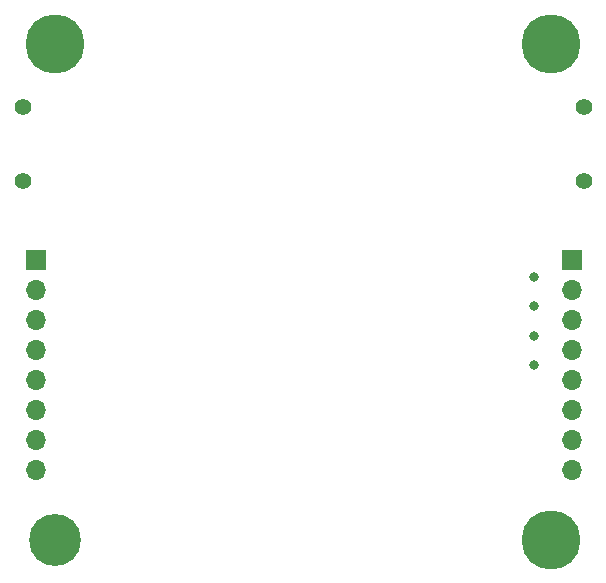
<source format=gbr>
%TF.GenerationSoftware,KiCad,Pcbnew,7.0.8*%
%TF.CreationDate,2023-11-13T16:42:22+01:00*%
%TF.ProjectId,ORBIT,4f524249-542e-46b6-9963-61645f706362,rev?*%
%TF.SameCoordinates,Original*%
%TF.FileFunction,Copper,L2,Bot*%
%TF.FilePolarity,Positive*%
%FSLAX46Y46*%
G04 Gerber Fmt 4.6, Leading zero omitted, Abs format (unit mm)*
G04 Created by KiCad (PCBNEW 7.0.8) date 2023-11-13 16:42:22*
%MOMM*%
%LPD*%
G01*
G04 APERTURE LIST*
%TA.AperFunction,ComponentPad*%
%ADD10C,1.400000*%
%TD*%
%TA.AperFunction,ComponentPad*%
%ADD11C,0.800000*%
%TD*%
%TA.AperFunction,ComponentPad*%
%ADD12C,5.000000*%
%TD*%
%TA.AperFunction,ComponentPad*%
%ADD13C,0.700000*%
%TD*%
%TA.AperFunction,ComponentPad*%
%ADD14C,4.400000*%
%TD*%
%TA.AperFunction,ComponentPad*%
%ADD15R,1.700000X1.700000*%
%TD*%
%TA.AperFunction,ComponentPad*%
%ADD16O,1.700000X1.700000*%
%TD*%
%TA.AperFunction,ViaPad*%
%ADD17C,0.800000*%
%TD*%
G04 APERTURE END LIST*
D10*
%TO.P,PWR,4*%
%TO.N,unconnected-(PWR1-Pad4)*%
X172750000Y-79350000D03*
%TO.P,PWR,5*%
%TO.N,unconnected-(PWR1-Pad5)*%
X172750000Y-85650000D03*
%TD*%
D11*
%TO.P,H4,*%
%TO.N,*%
X168125000Y-116000000D03*
X168674175Y-114674175D03*
X168674175Y-117325825D03*
X170000000Y-114125000D03*
D12*
X170000000Y-116000000D03*
D11*
X170000000Y-117875000D03*
X171325825Y-114674175D03*
X171325825Y-117325825D03*
X171875000Y-116000000D03*
%TD*%
%TO.P,H3,*%
%TO.N,*%
X126125000Y-74000000D03*
X126674175Y-72674175D03*
X126674175Y-75325825D03*
X128000000Y-72125000D03*
D12*
X128000000Y-74000000D03*
D11*
X128000000Y-75875000D03*
X129325825Y-72674175D03*
X129325825Y-75325825D03*
X129875000Y-74000000D03*
%TD*%
D13*
%TO.P,H2,*%
%TO.N,*%
X126350000Y-116000000D03*
X126833274Y-114833274D03*
X126833274Y-117166726D03*
X128000000Y-114350000D03*
D14*
X128000000Y-116000000D03*
D13*
X128000000Y-117650000D03*
X129166726Y-114833274D03*
X129166726Y-117166726D03*
X129650000Y-116000000D03*
%TD*%
D15*
%TO.P,J1,1,Pin_1*%
%TO.N,GND*%
X126400000Y-92320000D03*
D16*
%TO.P,J1,2,Pin_2*%
%TO.N,SWDCLK*%
X126400000Y-94860000D03*
%TO.P,J1,3,Pin_3*%
%TO.N,NRST*%
X126400000Y-97400000D03*
%TO.P,J1,4,Pin_4*%
%TO.N,PA2*%
X126400000Y-99940000D03*
%TO.P,J1,5,Pin_5*%
%TO.N,SWDIO*%
X126400000Y-102480000D03*
%TO.P,J1,6,Pin_6*%
%TO.N,PA3*%
X126400000Y-105020000D03*
%TO.P,J1,7,Pin_7*%
%TO.N,PA4*%
X126400000Y-107560000D03*
%TO.P,J1,8,Pin_8*%
%TO.N,+3.3V*%
X126400000Y-110100000D03*
%TD*%
D15*
%TO.P,J2,1,Pin_1*%
%TO.N,GND*%
X171750000Y-92320000D03*
D16*
%TO.P,J2,2,Pin_2*%
%TO.N,PA15*%
X171750000Y-94860000D03*
%TO.P,J2,3,Pin_3*%
%TO.N,PB3*%
X171750000Y-97400000D03*
%TO.P,J2,4,Pin_4*%
%TO.N,PB4*%
X171750000Y-99940000D03*
%TO.P,J2,5,Pin_5*%
%TO.N,PB5*%
X171750000Y-102480000D03*
%TO.P,J2,6,Pin_6*%
%TO.N,I2C1_SCLK*%
X171750000Y-105020000D03*
%TO.P,J2,7,Pin_7*%
%TO.N,I2C1_SDA*%
X171750000Y-107560000D03*
%TO.P,J2,8,Pin_8*%
%TO.N,PB11*%
X171750000Y-110100000D03*
%TD*%
D11*
%TO.P,H1,*%
%TO.N,*%
X168125000Y-74000000D03*
X168674175Y-72674175D03*
X168674175Y-75325825D03*
X170000000Y-72125000D03*
D12*
X170000000Y-74000000D03*
D11*
X170000000Y-75875000D03*
X171325825Y-72674175D03*
X171325825Y-75325825D03*
X171875000Y-74000000D03*
%TD*%
D10*
%TO.P,BOOT0,4*%
%TO.N,unconnected-(BOOT1-Pad4)*%
X125250000Y-85650000D03*
%TO.P,BOOT0,5*%
%TO.N,unconnected-(BOOT1-Pad5)*%
X125250000Y-79350000D03*
%TD*%
D17*
%TO.N,PA15*%
X168500000Y-93750000D03*
%TO.N,PB3*%
X168500000Y-96250000D03*
%TO.N,PB4*%
X168500000Y-98750000D03*
%TO.N,PB5*%
X168500000Y-101250000D03*
%TD*%
M02*

</source>
